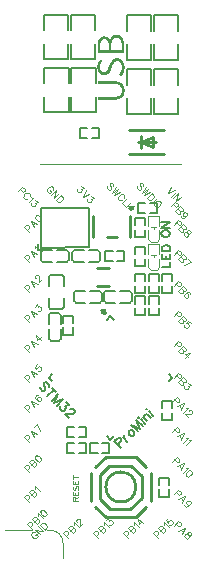
<source format=gto>
%FSLAX36Y36*%
%MOIN*%

%ADD10C,0.0040*%
%ADD11C,0.0060*%
%ADD12C,0.0050*%
%ADD13C,0.0020*%
%ADD14C,0.0079*%
%ADD15C,0.0060*%
%ADD16C,0.0100*%
%ADD17C,0.0039*%
%ADD18C,0.0079*%
%ADD19C,0.0118*%
%ADD20C,0.0119*%

%LPD*%
G36*
X470300Y-136500D02*
G01*
X467400Y-136660D01*
X464700Y-137100D01*
X462220Y-137840D01*
X459940Y-138840D01*
X457860Y-140100D01*
X456000Y-141600D01*
X454340Y-143320D01*
X452900Y-145260D01*
X451659Y-147380D01*
X450620Y-149700D01*
X449799Y-152180D01*
X449200Y-154800D01*
X448700Y-154800D01*
X447920Y-152780D01*
X446960Y-150920D01*
X445820Y-149200D01*
X444500Y-147680D01*
X443040Y-146300D01*
X441440Y-145100D01*
X439700Y-144080D01*
X437860Y-143220D01*
X435920Y-142560D01*
X433880Y-142080D01*
X431780Y-141800D01*
X429600Y-141700D01*
X427380Y-141780D01*
X425300Y-142060D01*
X423360Y-142500D01*
X421540Y-143100D01*
X419840Y-143880D01*
X418280Y-144800D01*
X416820Y-145880D01*
X415500Y-147100D01*
X414300Y-148480D01*
X413200Y-149980D01*
X412220Y-151640D01*
X411360Y-153400D01*
X410600Y-155300D01*
X409940Y-157320D01*
X409400Y-159460D01*
X408960Y-161700D01*
X408620Y-164060D01*
X408380Y-166520D01*
X408240Y-169060D01*
X408200Y-187200D01*
X416100Y-187200D01*
X416100Y-173100D01*
X416180Y-169680D01*
X416440Y-166540D01*
X416880Y-163700D01*
X417520Y-161140D01*
X418340Y-158900D01*
X419400Y-156940D01*
X420680Y-155280D01*
X422180Y-153920D01*
X423940Y-152860D01*
X425959Y-152100D01*
X428240Y-151660D01*
X430800Y-151500D01*
X433040Y-151640D01*
X435140Y-152040D01*
X437060Y-152740D01*
X438820Y-153740D01*
X440400Y-155060D01*
X441780Y-156680D01*
X442980Y-158620D01*
X443980Y-160920D01*
X444760Y-163560D01*
X445340Y-166560D01*
X445680Y-169940D01*
X445800Y-173700D01*
X445800Y-187200D01*
X453500Y-187200D01*
X453500Y-171300D01*
X453560Y-168400D01*
X453740Y-165660D01*
X454060Y-163080D01*
X454480Y-160680D01*
X455060Y-158440D01*
X455740Y-156380D01*
X456560Y-154480D01*
X457520Y-152780D01*
X458600Y-151280D01*
X459820Y-149940D01*
X461160Y-148820D01*
X462660Y-147880D01*
X464280Y-147160D01*
X466040Y-146620D01*
X467960Y-146300D01*
X470000Y-146200D01*
X472239Y-146320D01*
X474340Y-146640D01*
X476280Y-147180D01*
X478060Y-147920D01*
X479700Y-148880D01*
X481180Y-150020D01*
X482520Y-151380D01*
X483700Y-152900D01*
X484739Y-154620D01*
X485640Y-156500D01*
X486400Y-158560D01*
X487020Y-160799D01*
X487500Y-163200D01*
X487840Y-165740D01*
X488040Y-168440D01*
X488100Y-171300D01*
X488100Y-187200D01*
X408200Y-187200D01*
X408200Y-197100D01*
X496000Y-197100D01*
X496000Y-169800D01*
X495940Y-166900D01*
X495740Y-164080D01*
X495420Y-161380D01*
X494980Y-158780D01*
X494400Y-156280D01*
X493700Y-153920D01*
X492860Y-151680D01*
X491900Y-149560D01*
X490820Y-147600D01*
X489600Y-145760D01*
X488260Y-144080D01*
X486780Y-142540D01*
X485180Y-141180D01*
X483440Y-139960D01*
X481580Y-138940D01*
X479580Y-138080D01*
X477460Y-137400D01*
X475200Y-136900D01*
X472819Y-136600D01*
G37*
G36*
X473000Y-214600D02*
G01*
X469860Y-214760D01*
X467020Y-215260D01*
X464420Y-216040D01*
X462060Y-217100D01*
X459920Y-218420D01*
X457980Y-219960D01*
X456220Y-221720D01*
X454600Y-223660D01*
X453140Y-225780D01*
X451800Y-228039D01*
X450560Y-230420D01*
X449400Y-232900D01*
X442920Y-248160D01*
X441700Y-250700D01*
X440340Y-253160D01*
X438720Y-255420D01*
X436820Y-257340D01*
X434580Y-258860D01*
X431920Y-259840D01*
X428800Y-260200D01*
X426800Y-260060D01*
X424920Y-259640D01*
X423200Y-258980D01*
X421640Y-258060D01*
X420220Y-256900D01*
X418980Y-255520D01*
X417920Y-253939D01*
X417020Y-252140D01*
X416320Y-250159D01*
X415820Y-248000D01*
X415500Y-245680D01*
X415400Y-243200D01*
X415540Y-240140D01*
X415980Y-237240D01*
X416680Y-234500D01*
X417640Y-231920D01*
X418860Y-229480D01*
X420300Y-227160D01*
X421940Y-224980D01*
X423800Y-222900D01*
X417400Y-217600D01*
X415840Y-219160D01*
X414380Y-220840D01*
X413020Y-222640D01*
X411760Y-224540D01*
X410620Y-226560D01*
X409600Y-228680D01*
X408720Y-230880D01*
X407980Y-233180D01*
X407380Y-235580D01*
X406960Y-238039D01*
X406700Y-240580D01*
X406599Y-243200D01*
X406719Y-246080D01*
X407040Y-248840D01*
X407580Y-251500D01*
X408300Y-254020D01*
X409240Y-256400D01*
X410340Y-258640D01*
X411620Y-260700D01*
X413060Y-262600D01*
X414660Y-264320D01*
X416400Y-265840D01*
X418300Y-267160D01*
X420319Y-268260D01*
X422440Y-269140D01*
X424700Y-269780D01*
X427060Y-270160D01*
X429500Y-270300D01*
X432580Y-270100D01*
X435400Y-269540D01*
X437939Y-268660D01*
X440260Y-267480D01*
X442340Y-266060D01*
X444219Y-264420D01*
X445880Y-262620D01*
X447380Y-260680D01*
X448700Y-258660D01*
X449860Y-256580D01*
X450900Y-254480D01*
X459320Y-235680D01*
X461240Y-232079D01*
X462280Y-230479D01*
X463420Y-229040D01*
X464680Y-227800D01*
X466100Y-226720D01*
X467680Y-225859D01*
X469460Y-225219D01*
X471460Y-224840D01*
X473700Y-224700D01*
X475880Y-224860D01*
X477939Y-225300D01*
X479860Y-226020D01*
X481620Y-227040D01*
X483200Y-228320D01*
X484620Y-229840D01*
X485860Y-231640D01*
X486880Y-233660D01*
X487700Y-235920D01*
X488300Y-238400D01*
X488680Y-241100D01*
X488800Y-244000D01*
X488720Y-246340D01*
X488440Y-248640D01*
X488020Y-250920D01*
X487420Y-253160D01*
X486680Y-255340D01*
X485780Y-257460D01*
X484739Y-259520D01*
X483579Y-261520D01*
X482260Y-263420D01*
X480820Y-265240D01*
X479260Y-266980D01*
X477600Y-268600D01*
X484500Y-274600D01*
X487360Y-271640D01*
X488680Y-270080D01*
X491079Y-266720D01*
X492160Y-264960D01*
X493160Y-263120D01*
X494060Y-261240D01*
X494860Y-259300D01*
X496180Y-255240D01*
X496680Y-253120D01*
X497080Y-250960D01*
X497360Y-248760D01*
X497540Y-246500D01*
X497600Y-244200D01*
X497520Y-241520D01*
X497280Y-238939D01*
X496900Y-236480D01*
X496360Y-234140D01*
X495700Y-231900D01*
X494900Y-229780D01*
X493960Y-227780D01*
X492920Y-225920D01*
X491740Y-224180D01*
X490480Y-222580D01*
X489099Y-221100D01*
X487620Y-219780D01*
X486060Y-218600D01*
X484400Y-217560D01*
X482660Y-216660D01*
X480860Y-215940D01*
X478980Y-215360D01*
X477040Y-214940D01*
X475040Y-214680D01*
G37*
G36*
X408200Y-291000D02*
G01*
X408200Y-300400D01*
X460500Y-300400D01*
X463620Y-300480D01*
X466540Y-300680D01*
X469240Y-301040D01*
X471740Y-301520D01*
X474040Y-302120D01*
X476140Y-302840D01*
X478060Y-303660D01*
X479799Y-304600D01*
X481360Y-305640D01*
X482760Y-306780D01*
X483980Y-308000D01*
X485060Y-309300D01*
X485980Y-310680D01*
X486760Y-312140D01*
X487420Y-313640D01*
X487939Y-315220D01*
X488320Y-316860D01*
X488600Y-318520D01*
X488800Y-322000D01*
X488720Y-324159D01*
X488459Y-326280D01*
X488040Y-328300D01*
X487420Y-330240D01*
X486580Y-332100D01*
X485540Y-333840D01*
X484260Y-335480D01*
X482760Y-336980D01*
X480980Y-338360D01*
X478940Y-339580D01*
X476640Y-340640D01*
X474040Y-341540D01*
X471140Y-342239D01*
X467920Y-342760D01*
X464380Y-343100D01*
X460500Y-343200D01*
X408200Y-343200D01*
X408200Y-353100D01*
X460400Y-353100D01*
X463800Y-353020D01*
X467000Y-352819D01*
X470000Y-352480D01*
X472840Y-352000D01*
X475500Y-351400D01*
X477980Y-350680D01*
X480300Y-349840D01*
X482440Y-348880D01*
X484440Y-347819D01*
X486260Y-346659D01*
X487939Y-345400D01*
X489460Y-344040D01*
X490840Y-342600D01*
X492080Y-341060D01*
X493180Y-339440D01*
X494159Y-337760D01*
X495000Y-335980D01*
X495720Y-334159D01*
X496300Y-332260D01*
X496780Y-330319D01*
X497140Y-328300D01*
X497400Y-326240D01*
X497560Y-324140D01*
X497560Y-319860D01*
X497400Y-317780D01*
X497140Y-315720D01*
X496780Y-313740D01*
X496300Y-311780D01*
X495720Y-309900D01*
X495000Y-308080D01*
X494159Y-306320D01*
X493180Y-304640D01*
X492080Y-303020D01*
X490840Y-301500D01*
X489460Y-300040D01*
X487939Y-298700D01*
X486260Y-297440D01*
X484440Y-296280D01*
X482440Y-295220D01*
X480300Y-294260D01*
X477980Y-293420D01*
X475500Y-292700D01*
X472840Y-292100D01*
X470000Y-291620D01*
X467000Y-291280D01*
X463800Y-291080D01*
X460400Y-291000D01*
G37*
D10*
X162887Y-777887D02*
G01*
X179081Y-794081D01*
X162887Y-777887D02*
G01*
X169818Y-770958D01*
X172928Y-769403D01*
X174484Y-769403D01*
X176747Y-770109D01*
X179081Y-772442D01*
X179859Y-774776D01*
X179859Y-776332D01*
X178303Y-779443D01*
X171372Y-786372D01*
X184949Y-755826D02*
G01*
X194991Y-778171D01*
X184949Y-755826D02*
G01*
X207294Y-765866D01*
X191878Y-770533D02*
G01*
X199657Y-762755D01*
X200859Y-739915D02*
G01*
X199304Y-743027D01*
X200010Y-746846D01*
X203121Y-751512D01*
X205455Y-753845D01*
X210052Y-756887D01*
X213940Y-757665D01*
X217051Y-756109D01*
X218607Y-754553D01*
X220093Y-751512D01*
X219315Y-747624D01*
X216275Y-743027D01*
X213940Y-740693D01*
X209274Y-737582D01*
X205455Y-736876D01*
X202415Y-738360D01*
X200859Y-739915D01*
X162887Y-877887D02*
G01*
X179081Y-894081D01*
X162887Y-877887D02*
G01*
X169818Y-870958D01*
X172928Y-869403D01*
X174484Y-869403D01*
X176747Y-870109D01*
X179081Y-872442D01*
X179859Y-874776D01*
X179859Y-876332D01*
X178303Y-879443D01*
X171372Y-886372D01*
X184949Y-855826D02*
G01*
X194991Y-878171D01*
X184949Y-855826D02*
G01*
X207294Y-865866D01*
X191878Y-870533D02*
G01*
X199657Y-862755D01*
X199232Y-847624D02*
G01*
X200082Y-845360D01*
X200082Y-840693D01*
X216275Y-856887D01*
X162845Y-977845D02*
G01*
X179108Y-994108D01*
X162845Y-977845D02*
G01*
X169774Y-970916D01*
X172887Y-969360D01*
X174441Y-969360D01*
X176775Y-970138D01*
X179108Y-972471D01*
X179886Y-974805D01*
X179886Y-976361D01*
X178261Y-979400D01*
X171331Y-986331D01*
X184906Y-955783D02*
G01*
X195019Y-978198D01*
X184906Y-955783D02*
G01*
X207323Y-965895D01*
X191837Y-970491D02*
G01*
X199614Y-962714D01*
X200817Y-947651D02*
G01*
X200039Y-946873D01*
X199261Y-944540D01*
X199261Y-942984D01*
X200039Y-940652D01*
X203079Y-937611D01*
X205412Y-936833D01*
X206968Y-936833D01*
X209302Y-937611D01*
X210857Y-939167D01*
X211635Y-941500D01*
X212343Y-945318D01*
X212413Y-960803D01*
X223233Y-949985D01*
X162908Y-1077853D02*
G01*
X179101Y-1094045D01*
X162908Y-1077853D02*
G01*
X169839Y-1070922D01*
X172950Y-1069367D01*
X174434Y-1069438D01*
X176768Y-1070216D01*
X179030Y-1072478D01*
X179809Y-1074812D01*
X179879Y-1076296D01*
X178323Y-1079407D01*
X171395Y-1086338D01*
X184971Y-1055790D02*
G01*
X194940Y-1078206D01*
X184971Y-1055790D02*
G01*
X207316Y-1065832D01*
X191900Y-1070498D02*
G01*
X199607Y-1062791D01*
X197770Y-1042991D02*
G01*
X206255Y-1034506D01*
X207739Y-1045326D01*
X210073Y-1042991D01*
X212406Y-1042213D01*
X213962Y-1042213D01*
X217073Y-1043769D01*
X218629Y-1045326D01*
X220113Y-1048366D01*
X220113Y-1051478D01*
X218559Y-1054589D01*
X216224Y-1056921D01*
X213184Y-1058407D01*
X211628Y-1058407D01*
X209295Y-1057629D01*
X162845Y-1177845D02*
G01*
X179108Y-1194108D01*
X162845Y-1177845D02*
G01*
X169774Y-1170916D01*
X172887Y-1169360D01*
X174441Y-1169360D01*
X176775Y-1170138D01*
X179108Y-1172471D01*
X179886Y-1174805D01*
X179886Y-1176361D01*
X178261Y-1179400D01*
X171331Y-1186331D01*
X184906Y-1155783D02*
G01*
X195019Y-1178198D01*
X184906Y-1155783D02*
G01*
X207323Y-1165895D01*
X191837Y-1170491D02*
G01*
X199614Y-1162714D01*
X203858Y-1136833D02*
G01*
X206968Y-1155360D01*
X218566Y-1143762D01*
X203858Y-1136833D02*
G01*
X220120Y-1153096D01*
X162860Y-1277860D02*
G01*
X179052Y-1294052D01*
X162860Y-1277860D02*
G01*
X169789Y-1270929D01*
X172901Y-1269373D01*
X174456Y-1269373D01*
X176790Y-1270151D01*
X179122Y-1272485D01*
X179830Y-1274747D01*
X179830Y-1276304D01*
X178274Y-1279414D01*
X171345Y-1286345D01*
X184920Y-1255797D02*
G01*
X194962Y-1278143D01*
X184920Y-1255797D02*
G01*
X207265Y-1265839D01*
X191851Y-1270506D02*
G01*
X199628Y-1262728D01*
X205428Y-1235291D02*
G01*
X197719Y-1242998D01*
X203872Y-1250707D01*
X203872Y-1249151D01*
X205497Y-1246111D01*
X207831Y-1243777D01*
X210801Y-1242222D01*
X213912Y-1242222D01*
X217024Y-1243777D01*
X218580Y-1245333D01*
X220135Y-1248443D01*
X220064Y-1251484D01*
X218580Y-1254524D01*
X216246Y-1256858D01*
X213135Y-1258413D01*
X211579Y-1258413D01*
X209317Y-1257707D01*
X162845Y-1377845D02*
G01*
X179108Y-1394108D01*
X162845Y-1377845D02*
G01*
X169774Y-1370916D01*
X172887Y-1369360D01*
X174441Y-1369360D01*
X176775Y-1370138D01*
X179108Y-1372471D01*
X179886Y-1374805D01*
X179886Y-1376361D01*
X178261Y-1379400D01*
X171331Y-1386331D01*
X184906Y-1355783D02*
G01*
X195019Y-1378198D01*
X184906Y-1355783D02*
G01*
X207323Y-1365895D01*
X191837Y-1370491D02*
G01*
X199614Y-1362714D01*
X207746Y-1337611D02*
G01*
X205412Y-1336833D01*
X202372Y-1338317D01*
X200817Y-1339873D01*
X199261Y-1342984D01*
X200039Y-1346873D01*
X203150Y-1351541D01*
X206968Y-1355360D01*
X210857Y-1357692D01*
X213969Y-1357692D01*
X217080Y-1356136D01*
X217858Y-1355360D01*
X219342Y-1352319D01*
X219342Y-1349207D01*
X217788Y-1346095D01*
X217010Y-1345318D01*
X213899Y-1343762D01*
X210857Y-1343834D01*
X207818Y-1345318D01*
X207040Y-1346095D01*
X205484Y-1349207D01*
X205412Y-1352247D01*
X206968Y-1355360D01*
X162853Y-1477853D02*
G01*
X179045Y-1494045D01*
X162853Y-1477853D02*
G01*
X169782Y-1470922D01*
X172894Y-1469367D01*
X174448Y-1469367D01*
X176783Y-1470145D01*
X179115Y-1472478D01*
X179893Y-1474812D01*
X179823Y-1476296D01*
X178267Y-1479407D01*
X171338Y-1486338D01*
X184913Y-1455790D02*
G01*
X194954Y-1478135D01*
X184913Y-1455790D02*
G01*
X207258Y-1465832D01*
X191844Y-1470498D02*
G01*
X199621Y-1462721D01*
X206975Y-1433728D02*
G01*
X215461Y-1457629D01*
X196156Y-1444547D02*
G01*
X206975Y-1433728D01*
X162853Y-1577853D02*
G01*
X179045Y-1594045D01*
X162853Y-1577853D02*
G01*
X169782Y-1570922D01*
X172894Y-1569367D01*
X174448Y-1569367D01*
X176783Y-1570145D01*
X179115Y-1572478D01*
X179893Y-1574812D01*
X179823Y-1576296D01*
X178267Y-1579407D01*
X171338Y-1586338D01*
X178762Y-1561943D02*
G01*
X194954Y-1578135D01*
X178762Y-1561943D02*
G01*
X185691Y-1555012D01*
X188802Y-1553456D01*
X190358Y-1553456D01*
X192622Y-1554306D01*
X194176Y-1555862D01*
X195025Y-1558123D01*
X195025Y-1559679D01*
X193400Y-1562721D01*
X186469Y-1569650D02*
G01*
X193400Y-1562721D01*
X196511Y-1561165D01*
X198067Y-1561165D01*
X200329Y-1562013D01*
X202662Y-1564346D01*
X203510Y-1566610D01*
X203510Y-1568164D01*
X201885Y-1571206D01*
X194954Y-1578135D01*
X199268Y-1541437D02*
G01*
X197712Y-1544547D01*
X198490Y-1548436D01*
X201601Y-1553103D01*
X203865Y-1555367D01*
X208532Y-1558478D01*
X212420Y-1559256D01*
X215461Y-1557629D01*
X217017Y-1556073D01*
X218573Y-1553103D01*
X217795Y-1549214D01*
X214684Y-1544547D01*
X212420Y-1542285D01*
X207753Y-1539173D01*
X203865Y-1538395D01*
X200823Y-1539881D01*
X199268Y-1541437D01*
X162908Y-1677853D02*
G01*
X179101Y-1694045D01*
X162908Y-1677853D02*
G01*
X169839Y-1670922D01*
X172950Y-1669367D01*
X174434Y-1669438D01*
X176768Y-1670216D01*
X179030Y-1672478D01*
X179809Y-1674812D01*
X179879Y-1676296D01*
X178323Y-1679407D01*
X171395Y-1686338D01*
X178748Y-1662013D02*
G01*
X194940Y-1678206D01*
X178748Y-1662013D02*
G01*
X185749Y-1655012D01*
X188789Y-1653528D01*
X190345Y-1653528D01*
X192678Y-1654306D01*
X194162Y-1655790D01*
X194940Y-1658123D01*
X194940Y-1659679D01*
X193456Y-1662721D01*
X186455Y-1669720D02*
G01*
X193456Y-1662721D01*
X196496Y-1661235D01*
X198051Y-1661235D01*
X200385Y-1662013D01*
X202649Y-1664275D01*
X203425Y-1666610D01*
X203425Y-1668164D01*
X201941Y-1671206D01*
X194940Y-1678206D01*
X197770Y-1649214D02*
G01*
X198546Y-1646880D01*
X198546Y-1642213D01*
X214740Y-1658407D01*
X172831Y-1767887D02*
G01*
X189023Y-1784081D01*
X172831Y-1767887D02*
G01*
X179832Y-1760888D01*
X182872Y-1759403D01*
X184427Y-1759403D01*
X186761Y-1760180D01*
X189095Y-1762514D01*
X189801Y-1764776D01*
X189801Y-1766332D01*
X188317Y-1769373D01*
X181316Y-1776372D01*
X188741Y-1751977D02*
G01*
X204933Y-1768171D01*
X188741Y-1751977D02*
G01*
X195671Y-1745048D01*
X198782Y-1743492D01*
X200338Y-1743492D01*
X202671Y-1744270D01*
X204227Y-1745826D01*
X204933Y-1748089D01*
X204933Y-1749645D01*
X203377Y-1752755D01*
X196448Y-1759686D02*
G01*
X203377Y-1752755D01*
X206489Y-1751199D01*
X208045Y-1751199D01*
X210378Y-1751977D01*
X212712Y-1754312D01*
X213418Y-1756574D01*
X213418Y-1758130D01*
X211864Y-1761241D01*
X204933Y-1768171D01*
X207762Y-1739178D02*
G01*
X208539Y-1736846D01*
X208470Y-1732249D01*
X224661Y-1748443D01*
X218227Y-1722492D02*
G01*
X216671Y-1725603D01*
X217449Y-1729492D01*
X220489Y-1734088D01*
X222824Y-1736421D01*
X227491Y-1739533D01*
X231309Y-1740239D01*
X234420Y-1738685D01*
X235976Y-1737129D01*
X237460Y-1734088D01*
X236754Y-1730270D01*
X233643Y-1725603D01*
X231309Y-1723270D01*
X226712Y-1720228D01*
X222824Y-1719450D01*
X219783Y-1720936D01*
X218227Y-1722492D01*
X292916Y-1797874D02*
G01*
X309108Y-1814067D01*
X292916Y-1797874D02*
G01*
X299845Y-1790943D01*
X302957Y-1789389D01*
X304513Y-1789389D01*
X306705Y-1790165D01*
X309038Y-1792500D01*
X309886Y-1794762D01*
X309886Y-1796318D01*
X308330Y-1799430D01*
X301401Y-1806359D01*
X308755Y-1782035D02*
G01*
X324947Y-1798227D01*
X308755Y-1782035D02*
G01*
X315756Y-1775034D01*
X318796Y-1773548D01*
X320351Y-1773548D01*
X322615Y-1774256D01*
X324169Y-1775812D01*
X324947Y-1778146D01*
X324947Y-1779701D01*
X323463Y-1782741D01*
X316462Y-1789742D02*
G01*
X323463Y-1782741D01*
X326503Y-1781257D01*
X328060Y-1781257D01*
X330322Y-1781963D01*
X332656Y-1784297D01*
X333434Y-1786631D01*
X333434Y-1788186D01*
X331948Y-1791226D01*
X324947Y-1798227D01*
X327705Y-1769164D02*
G01*
X328483Y-1766831D01*
X328553Y-1762235D01*
X344747Y-1778427D01*
X338242Y-1760185D02*
G01*
X337463Y-1759407D01*
X336756Y-1757145D01*
X336685Y-1755659D01*
X337463Y-1753326D01*
X340574Y-1750214D01*
X342908Y-1749436D01*
X344463Y-1749436D01*
X346727Y-1750144D01*
X348283Y-1751700D01*
X349061Y-1754032D01*
X349837Y-1757921D01*
X349837Y-1773337D01*
X360585Y-1762588D01*
X392867Y-1797867D02*
G01*
X409059Y-1814059D01*
X392867Y-1797867D02*
G01*
X399796Y-1790936D01*
X402908Y-1789382D01*
X404463Y-1789382D01*
X406797Y-1790158D01*
X409059Y-1792422D01*
X409837Y-1794756D01*
X409837Y-1796311D01*
X408281Y-1799421D01*
X401352Y-1806352D01*
X408777Y-1781957D02*
G01*
X424969Y-1798150D01*
X408777Y-1781957D02*
G01*
X415706Y-1775027D01*
X418818Y-1773472D01*
X420372Y-1773472D01*
X422636Y-1774319D01*
X424191Y-1775875D01*
X424969Y-1778067D01*
X424969Y-1779623D01*
X423413Y-1782734D01*
X416484Y-1789663D02*
G01*
X423413Y-1782734D01*
X426525Y-1781179D01*
X428081Y-1781179D01*
X430342Y-1782028D01*
X432676Y-1784360D01*
X433454Y-1786552D01*
X433454Y-1788108D01*
X431898Y-1791219D01*
X424969Y-1798150D01*
X427726Y-1769229D02*
G01*
X428505Y-1766896D01*
X428505Y-1762229D01*
X444697Y-1778420D01*
X435151Y-1755581D02*
G01*
X443636Y-1747096D01*
X445122Y-1757914D01*
X447454Y-1755581D01*
X449789Y-1754803D01*
X451345Y-1754803D01*
X454456Y-1756359D01*
X456010Y-1757914D01*
X457496Y-1760956D01*
X457496Y-1764067D01*
X455940Y-1767177D01*
X453677Y-1769441D01*
X450567Y-1770997D01*
X449011Y-1770997D01*
X446747Y-1770290D01*
X492867Y-1797853D02*
G01*
X509059Y-1814045D01*
X492867Y-1797853D02*
G01*
X499796Y-1790922D01*
X502908Y-1789367D01*
X504463Y-1789367D01*
X506797Y-1790145D01*
X509130Y-1792478D01*
X509837Y-1794740D01*
X509837Y-1796296D01*
X508281Y-1799407D01*
X501352Y-1806338D01*
X508777Y-1781943D02*
G01*
X524969Y-1798135D01*
X508777Y-1781943D02*
G01*
X515706Y-1775012D01*
X518818Y-1773456D01*
X520302Y-1773528D01*
X522636Y-1774306D01*
X524191Y-1775862D01*
X524899Y-1778123D01*
X524969Y-1779609D01*
X523413Y-1782721D01*
X516484Y-1789650D02*
G01*
X523413Y-1782721D01*
X526525Y-1781165D01*
X528009Y-1781235D01*
X530342Y-1782013D01*
X532676Y-1784346D01*
X533384Y-1786610D01*
X533454Y-1788094D01*
X531898Y-1791206D01*
X524969Y-1798135D01*
X527726Y-1769214D02*
G01*
X528505Y-1766880D01*
X528505Y-1762213D01*
X544697Y-1778407D01*
X541304Y-1749416D02*
G01*
X544414Y-1767941D01*
X556010Y-1756345D01*
X541304Y-1749416D02*
G01*
X557496Y-1765608D01*
X592894Y-1797838D02*
G01*
X609088Y-1814031D01*
X592894Y-1797838D02*
G01*
X599825Y-1790909D01*
X602935Y-1789353D01*
X604421Y-1789423D01*
X606754Y-1790201D01*
X609016Y-1792465D01*
X609794Y-1794798D01*
X609866Y-1796282D01*
X608310Y-1799394D01*
X601379Y-1806323D01*
X608733Y-1781999D02*
G01*
X624926Y-1798191D01*
X608733Y-1781999D02*
G01*
X615734Y-1774998D01*
X618775Y-1773514D01*
X620331Y-1773514D01*
X622663Y-1774292D01*
X624220Y-1775846D01*
X624926Y-1778110D01*
X624926Y-1779666D01*
X623442Y-1782705D01*
X616442Y-1789706D02*
G01*
X623442Y-1782705D01*
X626482Y-1781221D01*
X628038Y-1781221D01*
X630372Y-1781999D01*
X632705Y-1784333D01*
X633411Y-1786595D01*
X633411Y-1788150D01*
X631927Y-1791192D01*
X624926Y-1798191D01*
X627755Y-1769200D02*
G01*
X628533Y-1766867D01*
X628533Y-1762199D01*
X644726Y-1778393D01*
X642887Y-1747845D02*
G01*
X635109Y-1755623D01*
X641332Y-1763261D01*
X641260Y-1761775D01*
X642817Y-1758665D01*
X645149Y-1756331D01*
X648261Y-1754776D01*
X651302Y-1754845D01*
X654412Y-1756401D01*
X655969Y-1757957D01*
X657453Y-1760997D01*
X657525Y-1764038D01*
X655969Y-1767150D01*
X653636Y-1769484D01*
X650524Y-1771039D01*
X649038Y-1770967D01*
X646777Y-1770261D01*
X677105Y-1757894D02*
G01*
X660911Y-1774088D01*
X677105Y-1757894D02*
G01*
X684034Y-1764825D01*
X685590Y-1767935D01*
X685590Y-1769492D01*
X684882Y-1771754D01*
X682550Y-1774088D01*
X680216Y-1774866D01*
X678661Y-1774866D01*
X675549Y-1773310D01*
X668620Y-1766379D01*
X699167Y-1779956D02*
G01*
X676822Y-1789998D01*
X699167Y-1779956D02*
G01*
X689126Y-1802301D01*
X684529Y-1786815D02*
G01*
X692307Y-1794594D01*
X714299Y-1795088D02*
G01*
X711186Y-1793533D01*
X708924Y-1794239D01*
X707368Y-1795796D01*
X706590Y-1798128D01*
X707368Y-1800462D01*
X709702Y-1804351D01*
X711186Y-1807393D01*
X711186Y-1810504D01*
X710479Y-1812766D01*
X708146Y-1815100D01*
X705812Y-1815877D01*
X704257Y-1815877D01*
X701147Y-1814322D01*
X698105Y-1811282D01*
X696550Y-1808170D01*
X696550Y-1806615D01*
X697328Y-1804281D01*
X699661Y-1801948D01*
X701923Y-1801241D01*
X705036Y-1801241D01*
X708146Y-1802795D01*
X711965Y-1805059D01*
X714299Y-1805837D01*
X716631Y-1805059D01*
X718188Y-1803503D01*
X718895Y-1801241D01*
X717339Y-1798128D01*
X714299Y-1795088D01*
X677112Y-1652887D02*
G01*
X660918Y-1669081D01*
X677112Y-1652887D02*
G01*
X684041Y-1659818D01*
X685596Y-1662928D01*
X685596Y-1664484D01*
X684890Y-1666747D01*
X682557Y-1669081D01*
X680223Y-1669859D01*
X678667Y-1669859D01*
X675556Y-1668303D01*
X668627Y-1661372D01*
X699173Y-1674949D02*
G01*
X676828Y-1684991D01*
X699173Y-1674949D02*
G01*
X689133Y-1697294D01*
X684466Y-1681878D02*
G01*
X692244Y-1689657D01*
X715084Y-1701608D02*
G01*
X711972Y-1703162D01*
X708861Y-1703162D01*
X705821Y-1701678D01*
X705043Y-1700900D01*
X703487Y-1697788D01*
X703487Y-1694677D01*
X705043Y-1691567D01*
X705821Y-1690788D01*
X708861Y-1689304D01*
X711972Y-1689304D01*
X715084Y-1690859D01*
X715860Y-1691637D01*
X717345Y-1694677D01*
X717345Y-1697788D01*
X715084Y-1701608D01*
X711194Y-1705497D01*
X706597Y-1708537D01*
X702708Y-1709315D01*
X699668Y-1707829D01*
X698112Y-1706275D01*
X696556Y-1703162D01*
X697334Y-1700830D01*
X672112Y-1542901D02*
G01*
X655918Y-1559095D01*
X672112Y-1542901D02*
G01*
X679041Y-1549832D01*
X680596Y-1552943D01*
X680596Y-1554499D01*
X679890Y-1556761D01*
X677557Y-1559095D01*
X675223Y-1559872D01*
X673667Y-1559872D01*
X670556Y-1558317D01*
X663627Y-1551386D01*
X694173Y-1564964D02*
G01*
X671828Y-1575005D01*
X694173Y-1564964D02*
G01*
X684133Y-1587307D01*
X679537Y-1571822D02*
G01*
X687244Y-1579529D01*
X702375Y-1579247D02*
G01*
X704710Y-1580025D01*
X709306Y-1580095D01*
X693112Y-1596289D01*
X718993Y-1589783D02*
G01*
X715882Y-1588227D01*
X712134Y-1589005D01*
X707467Y-1592116D01*
X705133Y-1594450D01*
X702092Y-1599045D01*
X701244Y-1602865D01*
X702800Y-1605976D01*
X704355Y-1607532D01*
X707467Y-1609086D01*
X711356Y-1608310D01*
X715882Y-1605198D01*
X718215Y-1602865D01*
X721397Y-1598269D01*
X722103Y-1594450D01*
X720549Y-1591338D01*
X718993Y-1589783D01*
X672112Y-1442901D02*
G01*
X655918Y-1459095D01*
X672112Y-1442901D02*
G01*
X679041Y-1449832D01*
X680596Y-1452943D01*
X680596Y-1454499D01*
X679890Y-1456761D01*
X677557Y-1459095D01*
X675223Y-1459872D01*
X673667Y-1459872D01*
X670556Y-1458317D01*
X663627Y-1451386D01*
X694173Y-1464964D02*
G01*
X671828Y-1475005D01*
X694173Y-1464964D02*
G01*
X684133Y-1487307D01*
X679537Y-1471822D02*
G01*
X687244Y-1479529D01*
X702375Y-1479247D02*
G01*
X704710Y-1480025D01*
X709306Y-1480095D01*
X693112Y-1496289D01*
X711356Y-1488227D02*
G01*
X713690Y-1489005D01*
X718215Y-1489005D01*
X702022Y-1505198D01*
X672105Y-1342894D02*
G01*
X655911Y-1359088D01*
X672105Y-1342894D02*
G01*
X679034Y-1349825D01*
X680590Y-1352935D01*
X680590Y-1354492D01*
X679882Y-1356754D01*
X677550Y-1359088D01*
X675216Y-1359866D01*
X673661Y-1359866D01*
X670549Y-1358310D01*
X663620Y-1351379D01*
X694167Y-1364956D02*
G01*
X671822Y-1374998D01*
X694167Y-1364956D02*
G01*
X684126Y-1387301D01*
X679529Y-1371815D02*
G01*
X687307Y-1379594D01*
X702368Y-1379239D02*
G01*
X704702Y-1380018D01*
X709299Y-1380088D01*
X693105Y-1396282D01*
X711349Y-1389776D02*
G01*
X712127Y-1388998D01*
X714389Y-1388290D01*
X715945Y-1388290D01*
X718207Y-1388998D01*
X721320Y-1392109D01*
X722096Y-1394443D01*
X722096Y-1395999D01*
X721390Y-1398261D01*
X719834Y-1399816D01*
X717501Y-1400594D01*
X713611Y-1401372D01*
X698197Y-1401372D01*
X709016Y-1412192D01*
X677112Y-1262901D02*
G01*
X660918Y-1279095D01*
X677112Y-1262901D02*
G01*
X684041Y-1269832D01*
X685596Y-1272943D01*
X685596Y-1274499D01*
X684890Y-1276761D01*
X682557Y-1279095D01*
X680223Y-1279872D01*
X678667Y-1279872D01*
X675556Y-1278317D01*
X668627Y-1271386D01*
X693022Y-1278811D02*
G01*
X676828Y-1295005D01*
X693022Y-1278811D02*
G01*
X699951Y-1285742D01*
X701507Y-1288852D01*
X701435Y-1290338D01*
X700729Y-1292600D01*
X699173Y-1294155D01*
X696840Y-1294933D01*
X695354Y-1295005D01*
X692244Y-1293449D01*
X685313Y-1286520D02*
G01*
X692244Y-1293449D01*
X693800Y-1296559D01*
X693728Y-1298045D01*
X693022Y-1300308D01*
X690688Y-1302642D01*
X688355Y-1303418D01*
X686869Y-1303490D01*
X683759Y-1301934D01*
X676828Y-1295005D01*
X710417Y-1296206D02*
G01*
X718901Y-1304692D01*
X708153Y-1306248D01*
X710417Y-1308510D01*
X711194Y-1310844D01*
X711194Y-1312399D01*
X709639Y-1315511D01*
X708153Y-1316995D01*
X705043Y-1318551D01*
X701930Y-1318551D01*
X698890Y-1317067D01*
X696556Y-1314733D01*
X695001Y-1311622D01*
X695001Y-1310066D01*
X695779Y-1307732D01*
X677105Y-1157894D02*
G01*
X660911Y-1174088D01*
X677105Y-1157894D02*
G01*
X684034Y-1164825D01*
X685590Y-1167935D01*
X685590Y-1169492D01*
X684882Y-1171754D01*
X682550Y-1174088D01*
X680216Y-1174866D01*
X678661Y-1174866D01*
X675549Y-1173310D01*
X668620Y-1166379D01*
X693015Y-1173805D02*
G01*
X676822Y-1189998D01*
X693015Y-1173805D02*
G01*
X699944Y-1180734D01*
X701500Y-1183845D01*
X701500Y-1185401D01*
X700722Y-1187593D01*
X699167Y-1189149D01*
X696903Y-1189998D01*
X695347Y-1189998D01*
X692237Y-1188442D01*
X685306Y-1181511D02*
G01*
X692237Y-1188442D01*
X693793Y-1191552D01*
X693793Y-1193108D01*
X693015Y-1195300D01*
X690680Y-1197633D01*
X688418Y-1198483D01*
X686862Y-1198483D01*
X683751Y-1196927D01*
X676822Y-1189998D01*
X716631Y-1197422D02*
G01*
X698105Y-1200392D01*
X709702Y-1211988D01*
X716631Y-1197422D02*
G01*
X700439Y-1213614D01*
X677105Y-1057894D02*
G01*
X660911Y-1074088D01*
X677105Y-1057894D02*
G01*
X684034Y-1064825D01*
X685590Y-1067935D01*
X685590Y-1069492D01*
X684882Y-1071754D01*
X682550Y-1074088D01*
X680216Y-1074866D01*
X678661Y-1074866D01*
X675549Y-1073310D01*
X668620Y-1066379D01*
X693015Y-1073805D02*
G01*
X676822Y-1089998D01*
X693015Y-1073805D02*
G01*
X699944Y-1080734D01*
X701500Y-1083845D01*
X701500Y-1085401D01*
X700722Y-1087593D01*
X699167Y-1089149D01*
X696903Y-1089998D01*
X695347Y-1089998D01*
X692237Y-1088442D01*
X685306Y-1081511D02*
G01*
X692237Y-1088442D01*
X693793Y-1091552D01*
X693793Y-1093108D01*
X693015Y-1095300D01*
X690680Y-1097633D01*
X688418Y-1098483D01*
X686862Y-1098483D01*
X683751Y-1096927D01*
X676822Y-1089998D01*
X718117Y-1098906D02*
G01*
X710410Y-1091199D01*
X702701Y-1097352D01*
X704257Y-1097352D01*
X707368Y-1098906D01*
X709702Y-1101241D01*
X711186Y-1104281D01*
X711186Y-1107393D01*
X709632Y-1110504D01*
X708146Y-1111988D01*
X705036Y-1113544D01*
X701923Y-1113544D01*
X698883Y-1112058D01*
X696550Y-1109726D01*
X694994Y-1106615D01*
X694994Y-1105059D01*
X695772Y-1102725D01*
X677105Y-957894D02*
G01*
X660911Y-974088D01*
X677105Y-957894D02*
G01*
X684034Y-964825D01*
X685590Y-967935D01*
X685590Y-969492D01*
X684882Y-971754D01*
X682550Y-974088D01*
X680216Y-974866D01*
X678661Y-974866D01*
X675549Y-973310D01*
X668620Y-966379D01*
X693015Y-973805D02*
G01*
X676822Y-989998D01*
X693015Y-973805D02*
G01*
X699944Y-980734D01*
X701500Y-983845D01*
X701500Y-985401D01*
X700722Y-987593D01*
X699167Y-989149D01*
X696903Y-989998D01*
X695347Y-989998D01*
X692237Y-988442D01*
X685306Y-981511D02*
G01*
X692237Y-988442D01*
X693793Y-991552D01*
X693793Y-993108D01*
X693015Y-995300D01*
X690680Y-997633D01*
X688418Y-998483D01*
X686862Y-998483D01*
X683751Y-996927D01*
X676822Y-989998D01*
X715853Y-1001170D02*
G01*
X716561Y-998906D01*
X715077Y-995866D01*
X713521Y-994310D01*
X710410Y-992755D01*
X706590Y-993463D01*
X701923Y-996574D01*
X698105Y-1000392D01*
X695772Y-1004281D01*
X695772Y-1007393D01*
X697328Y-1010504D01*
X698105Y-1011282D01*
X701217Y-1012836D01*
X704257Y-1012766D01*
X707368Y-1011210D01*
X708146Y-1010432D01*
X709632Y-1007393D01*
X709702Y-1004351D01*
X708146Y-1001241D01*
X707368Y-1000462D01*
X704257Y-998906D01*
X701147Y-998906D01*
X698105Y-1000392D01*
X677112Y-852901D02*
G01*
X660918Y-869095D01*
X677112Y-852901D02*
G01*
X684041Y-859832D01*
X685596Y-862943D01*
X685596Y-864499D01*
X684890Y-866761D01*
X682557Y-869095D01*
X680223Y-869872D01*
X678667Y-869872D01*
X675556Y-868317D01*
X668627Y-861386D01*
X693022Y-868811D02*
G01*
X676828Y-885005D01*
X693022Y-868811D02*
G01*
X699951Y-875742D01*
X701507Y-878852D01*
X701435Y-880338D01*
X700729Y-882600D01*
X699173Y-884155D01*
X696840Y-884933D01*
X695354Y-885005D01*
X692244Y-883449D01*
X685313Y-876520D02*
G01*
X692244Y-883449D01*
X693800Y-886559D01*
X693728Y-888045D01*
X693022Y-890308D01*
X690688Y-892642D01*
X688355Y-893418D01*
X686869Y-893490D01*
X683759Y-891934D01*
X676828Y-885005D01*
X719679Y-895470D02*
G01*
X695779Y-903955D01*
X708861Y-884650D02*
G01*
X719679Y-895470D01*
X677105Y-752894D02*
G01*
X660911Y-769088D01*
X677105Y-752894D02*
G01*
X684034Y-759825D01*
X685590Y-762935D01*
X685590Y-764492D01*
X684882Y-766754D01*
X682550Y-769088D01*
X680216Y-769866D01*
X678661Y-769866D01*
X675549Y-768310D01*
X668620Y-761379D01*
X693015Y-768805D02*
G01*
X676822Y-784998D01*
X693015Y-768805D02*
G01*
X699944Y-775734D01*
X701500Y-778845D01*
X701500Y-780401D01*
X700722Y-782593D01*
X699167Y-784149D01*
X696903Y-784998D01*
X695347Y-784998D01*
X692237Y-783442D01*
X685306Y-776511D02*
G01*
X692237Y-783442D01*
X693793Y-786552D01*
X693793Y-788108D01*
X693015Y-790300D01*
X690680Y-792633D01*
X688418Y-793483D01*
X686862Y-793483D01*
X683751Y-791927D01*
X676822Y-784998D01*
X712743Y-788533D02*
G01*
X709632Y-786977D01*
X707368Y-787685D01*
X705812Y-789239D01*
X705036Y-791574D01*
X705812Y-793906D01*
X708146Y-797795D01*
X709632Y-800837D01*
X709632Y-803948D01*
X708924Y-806210D01*
X706590Y-808544D01*
X704257Y-809322D01*
X702701Y-809322D01*
X699661Y-807836D01*
X696550Y-804726D01*
X694994Y-801615D01*
X694994Y-800059D01*
X695772Y-797725D01*
X698105Y-795392D01*
X700369Y-794684D01*
X703479Y-794684D01*
X706590Y-796241D01*
X710479Y-798573D01*
X712743Y-799281D01*
X715077Y-798503D01*
X716631Y-796948D01*
X717339Y-794684D01*
X715853Y-791644D01*
X712743Y-788533D01*
X667112Y-692887D02*
G01*
X650918Y-709081D01*
X667112Y-692887D02*
G01*
X674041Y-699818D01*
X675596Y-702928D01*
X675596Y-704484D01*
X674890Y-706747D01*
X672557Y-709081D01*
X670223Y-709859D01*
X668667Y-709859D01*
X665556Y-708303D01*
X658627Y-701372D01*
X683022Y-708798D02*
G01*
X666828Y-724991D01*
X683022Y-708798D02*
G01*
X689951Y-715727D01*
X691507Y-718838D01*
X691507Y-720394D01*
X690729Y-722586D01*
X689173Y-724142D01*
X686911Y-724991D01*
X685354Y-724991D01*
X682244Y-723434D01*
X675313Y-716505D02*
G01*
X682244Y-723434D01*
X683800Y-726545D01*
X683800Y-728101D01*
X682950Y-730365D01*
X680688Y-732627D01*
X678425Y-733476D01*
X676869Y-733476D01*
X673759Y-731920D01*
X666828Y-724991D01*
X703528Y-740052D02*
G01*
X700417Y-741608D01*
X697375Y-741678D01*
X694265Y-740122D01*
X693487Y-739344D01*
X691930Y-736233D01*
X691930Y-733121D01*
X693487Y-730010D01*
X694265Y-729232D01*
X697305Y-727748D01*
X700417Y-727748D01*
X703528Y-729304D01*
X704306Y-730082D01*
X705860Y-733193D01*
X705790Y-736233D01*
X703528Y-740052D01*
X699639Y-743940D01*
X695043Y-746981D01*
X691224Y-747829D01*
X688112Y-746275D01*
X686556Y-744719D01*
X685001Y-741608D01*
X685779Y-739274D01*
X353667Y-639443D02*
G01*
X362152Y-647928D01*
X351334Y-649414D01*
X353667Y-651747D01*
X354445Y-654081D01*
X354445Y-655635D01*
X352890Y-658748D01*
X351404Y-660232D01*
X348294Y-661788D01*
X345181Y-661788D01*
X342071Y-660232D01*
X339807Y-657970D01*
X338252Y-654859D01*
X338252Y-653303D01*
X339030Y-650969D01*
X368022Y-653798D02*
G01*
X357980Y-676141D01*
X380326Y-666102D02*
G01*
X357980Y-676141D01*
X386972Y-672748D02*
G01*
X395457Y-681233D01*
X384710Y-682788D01*
X386972Y-685052D01*
X387750Y-687384D01*
X387750Y-688940D01*
X386194Y-692051D01*
X384710Y-693537D01*
X381597Y-695093D01*
X378487Y-695093D01*
X375446Y-693607D01*
X373112Y-691275D01*
X371556Y-688162D01*
X371556Y-686608D01*
X372334Y-684274D01*
X460596Y-641039D02*
G01*
X460596Y-637928D01*
X459041Y-634818D01*
X456001Y-631777D01*
X452890Y-630221D01*
X449778Y-630221D01*
X448294Y-631705D01*
X447516Y-634040D01*
X447516Y-635594D01*
X448294Y-637928D01*
X451334Y-644081D01*
X452112Y-646413D01*
X452112Y-647970D01*
X451404Y-650232D01*
X449070Y-652566D01*
X445960Y-652566D01*
X442849Y-651010D01*
X439807Y-647970D01*
X438252Y-644859D01*
X438252Y-641747D01*
X468022Y-643798D02*
G01*
X455648Y-663809D01*
X475729Y-651505D02*
G01*
X455648Y-663809D01*
X475729Y-651505D02*
G01*
X463355Y-671516D01*
X483436Y-659212D02*
G01*
X463355Y-671516D01*
X496305Y-679719D02*
G01*
X497013Y-677456D01*
X497013Y-674344D01*
X496235Y-672011D01*
X493123Y-668899D01*
X490860Y-668193D01*
X487750Y-668193D01*
X485486Y-668899D01*
X482375Y-670455D01*
X478487Y-674344D01*
X477002Y-677384D01*
X476224Y-679719D01*
X476224Y-682829D01*
X476930Y-685093D01*
X480043Y-688204D01*
X482375Y-688982D01*
X485486Y-688982D01*
X487820Y-688204D01*
X505216Y-680992D02*
G01*
X489023Y-697184D01*
X489023Y-697184D02*
G01*
X498215Y-706377D01*
X519499Y-695275D02*
G01*
X503306Y-711467D01*
X530318Y-706093D02*
G01*
X508681Y-706093D01*
X516458Y-706093D02*
G01*
X514124Y-722287D01*
X560596Y-641039D02*
G01*
X560596Y-637928D01*
X559041Y-634818D01*
X556001Y-631777D01*
X552890Y-630221D01*
X549778Y-630221D01*
X548294Y-631705D01*
X547516Y-634040D01*
X547516Y-635594D01*
X548294Y-637928D01*
X551334Y-644081D01*
X552112Y-646413D01*
X552112Y-647970D01*
X551404Y-650232D01*
X549070Y-652566D01*
X545960Y-652566D01*
X542849Y-651010D01*
X539807Y-647970D01*
X538252Y-644859D01*
X538252Y-641747D01*
X568022Y-643798D02*
G01*
X555648Y-663809D01*
X575729Y-651505D02*
G01*
X555648Y-663809D01*
X575729Y-651505D02*
G01*
X563355Y-671516D01*
X583436Y-659212D02*
G01*
X563355Y-671516D01*
X588528Y-664304D02*
G01*
X572334Y-680497D01*
X588528Y-664304D02*
G01*
X593901Y-669677D01*
X595457Y-672788D01*
X595457Y-675900D01*
X594751Y-678162D01*
X593195Y-681275D01*
X589306Y-685163D01*
X586264Y-686649D01*
X583931Y-687426D01*
X580821Y-687426D01*
X577708Y-685871D01*
X572334Y-680497D01*
X604438Y-680214D02*
G01*
X588245Y-696406D01*
X614124Y-689900D02*
G01*
X611792Y-689122D01*
X608681Y-689122D01*
X606487Y-689900D01*
X603377Y-691457D01*
X599488Y-695345D01*
X598002Y-698386D01*
X597154Y-700648D01*
X597154Y-703760D01*
X597932Y-706093D01*
X601044Y-709205D01*
X603377Y-709983D01*
X606417Y-709911D01*
X608751Y-709135D01*
X611792Y-707649D01*
X615680Y-703760D01*
X617237Y-700648D01*
X617944Y-698386D01*
X618013Y-695345D01*
X617237Y-693013D01*
X614124Y-689900D01*
X652112Y-642887D02*
G01*
X642071Y-665232D01*
X664486Y-655261D02*
G01*
X642071Y-665232D01*
X669578Y-660354D02*
G01*
X653384Y-676545D01*
X674668Y-665444D02*
G01*
X658476Y-681637D01*
X674668Y-665444D02*
G01*
X669223Y-692384D01*
X685417Y-676192D02*
G01*
X669223Y-692384D01*
X259890Y-653303D02*
G01*
X260596Y-651039D01*
X260596Y-647928D01*
X259819Y-645594D01*
X256707Y-642483D01*
X254445Y-641777D01*
X251334Y-641777D01*
X249070Y-642483D01*
X245960Y-644040D01*
X242071Y-647928D01*
X240585Y-650969D01*
X239807Y-653303D01*
X239807Y-656413D01*
X240515Y-658676D01*
X243627Y-661788D01*
X245960Y-662566D01*
X249070Y-662566D01*
X251404Y-661788D01*
X253667Y-659524D01*
X249778Y-655635D02*
G01*
X253667Y-659524D01*
X268800Y-654576D02*
G01*
X252606Y-670767D01*
X268800Y-654576D02*
G01*
X263355Y-681516D01*
X279547Y-665324D02*
G01*
X263355Y-681516D01*
X284639Y-670414D02*
G01*
X268445Y-686608D01*
X284639Y-670414D02*
G01*
X290084Y-675859D01*
X291568Y-678899D01*
X291568Y-682011D01*
X290860Y-684274D01*
X289306Y-687384D01*
X285417Y-691275D01*
X282375Y-692759D01*
X280043Y-693537D01*
X276930Y-693537D01*
X273890Y-692051D01*
X268445Y-686608D01*
X157112Y-642887D02*
G01*
X140918Y-659081D01*
X157112Y-642887D02*
G01*
X164041Y-649818D01*
X165596Y-652928D01*
X165596Y-654484D01*
X164890Y-656747D01*
X162557Y-659081D01*
X160223Y-659859D01*
X158667Y-659859D01*
X155556Y-658303D01*
X148627Y-651372D01*
X180729Y-674142D02*
G01*
X181435Y-671878D01*
X181507Y-668838D01*
X180729Y-666505D01*
X177618Y-663393D01*
X175284Y-662615D01*
X172244Y-662687D01*
X169980Y-663393D01*
X166869Y-664949D01*
X162980Y-668838D01*
X161496Y-671878D01*
X160718Y-674212D01*
X160648Y-677253D01*
X161424Y-679587D01*
X164537Y-682698D01*
X166869Y-683476D01*
X169911Y-683404D01*
X172244Y-682627D01*
X186597Y-678454D02*
G01*
X188861Y-679304D01*
X193528Y-679304D01*
X177334Y-695497D01*
X200174Y-685951D02*
G01*
X208659Y-694436D01*
X197840Y-695920D01*
X200174Y-698254D01*
X200952Y-700587D01*
X200952Y-702143D01*
X199396Y-705255D01*
X197912Y-706739D01*
X194801Y-708294D01*
X191689Y-708294D01*
X188578Y-706739D01*
X186244Y-704405D01*
X184760Y-701365D01*
X184760Y-699810D01*
X185538Y-697476D01*
D11*
X621601Y-910000D02*
G01*
X650300Y-910000D01*
X650300Y-910000D02*
G01*
X650300Y-893600D01*
X621601Y-884600D02*
G01*
X650300Y-884600D01*
X621601Y-884600D02*
G01*
X621601Y-866900D01*
X635300Y-884600D02*
G01*
X635302Y-873699D01*
X650300Y-884600D02*
G01*
X650300Y-866900D01*
X621601Y-857899D02*
G01*
X650300Y-857899D01*
X621601Y-857899D02*
G01*
X621601Y-848400D01*
X623000Y-844299D01*
X625700Y-841500D01*
X628501Y-840199D01*
X632501Y-838800D01*
X639400Y-838800D01*
X643501Y-840199D01*
X646201Y-841500D01*
X648901Y-844299D01*
X650300Y-848400D01*
X650300Y-857899D01*
X619699Y-801799D02*
G01*
X621100Y-804499D01*
X623800Y-807300D01*
X626500Y-808600D01*
X630599Y-810000D01*
X637500Y-810000D01*
X641500Y-808600D01*
X644299Y-807300D01*
X646999Y-804499D01*
X648400Y-801799D01*
X648400Y-796399D01*
X646999Y-793600D01*
X644299Y-790900D01*
X641500Y-789499D01*
X637500Y-788200D01*
X630599Y-788200D01*
X626500Y-789499D01*
X623800Y-790900D01*
X621100Y-793600D01*
X619699Y-796399D01*
X619699Y-801799D01*
X619699Y-779200D02*
G01*
X648400Y-779200D01*
X619699Y-779200D02*
G01*
X648400Y-760100D01*
X619699Y-760100D02*
G01*
X648400Y-760100D01*
D10*
X324800Y-1690000D02*
G01*
X343899Y-1690000D01*
X324800Y-1690000D02*
G01*
X324800Y-1681799D01*
X325700Y-1679099D01*
X326599Y-1678200D01*
X328499Y-1677300D01*
X330300Y-1677300D01*
X332100Y-1678200D01*
X333000Y-1679099D01*
X333899Y-1681799D01*
X333899Y-1690000D01*
X333899Y-1683600D02*
G01*
X343899Y-1677300D01*
X324800Y-1671300D02*
G01*
X343899Y-1671300D01*
X324800Y-1671300D02*
G01*
X324800Y-1659499D01*
X333899Y-1671300D02*
G01*
X333899Y-1664000D01*
X343899Y-1671300D02*
G01*
X343899Y-1659499D01*
X327500Y-1640700D02*
G01*
X325700Y-1642500D01*
X324800Y-1645300D01*
X324800Y-1648899D01*
X325700Y-1651599D01*
X327500Y-1653499D01*
X329400Y-1653499D01*
X331199Y-1652500D01*
X332100Y-1651599D01*
X333000Y-1649800D01*
X334800Y-1644400D01*
X335700Y-1642500D01*
X336599Y-1641599D01*
X338499Y-1640700D01*
X341199Y-1640700D01*
X343000Y-1642500D01*
X343899Y-1645300D01*
X343899Y-1648899D01*
X343000Y-1651599D01*
X341199Y-1653499D01*
X324800Y-1634699D02*
G01*
X343899Y-1634699D01*
X324800Y-1634699D02*
G01*
X324800Y-1622899D01*
X333899Y-1634699D02*
G01*
X333899Y-1627500D01*
X343899Y-1634699D02*
G01*
X343899Y-1622899D01*
X324800Y-1610500D02*
G01*
X343899Y-1610500D01*
X324800Y-1616900D02*
G01*
X324800Y-1604200D01*
X198303Y-1795109D02*
G01*
X196039Y-1794403D01*
X192928Y-1794403D01*
X190594Y-1795180D01*
X187483Y-1798292D01*
X186777Y-1800554D01*
X186777Y-1803665D01*
X187483Y-1805929D01*
X189039Y-1809040D01*
X192928Y-1812928D01*
X195969Y-1814414D01*
X198303Y-1815192D01*
X201413Y-1815192D01*
X203676Y-1814484D01*
X206788Y-1811372D01*
X207566Y-1809040D01*
X207566Y-1805929D01*
X206788Y-1803595D01*
X204524Y-1801332D01*
X200635Y-1805221D02*
G01*
X204524Y-1801332D01*
X199576Y-1786199D02*
G01*
X215767Y-1802393D01*
X199576Y-1786199D02*
G01*
X226516Y-1791644D01*
X210324Y-1775452D02*
G01*
X226516Y-1791644D01*
X215414Y-1770360D02*
G01*
X231608Y-1786554D01*
X215414Y-1770360D02*
G01*
X220859Y-1764915D01*
X223899Y-1763431D01*
X227011Y-1763431D01*
X229274Y-1764139D01*
X232384Y-1765693D01*
X236275Y-1769582D01*
X237759Y-1772624D01*
X238537Y-1774956D01*
X238537Y-1778069D01*
X237051Y-1781109D01*
X231608Y-1786554D01*
D12*
X463159Y-1492159D02*
G01*
X484798Y-1513798D01*
X463159Y-1492159D02*
G01*
X472424Y-1482896D01*
X476595Y-1480846D01*
X478575Y-1480846D01*
X481687Y-1481837D01*
X484798Y-1484947D01*
X485787Y-1488058D01*
X485859Y-1490109D01*
X483737Y-1494211D01*
X474474Y-1503474D01*
X491586Y-1478159D02*
G01*
X506010Y-1492584D01*
X497737Y-1484312D02*
G01*
X495686Y-1480281D01*
X495617Y-1476109D01*
X496676Y-1473069D01*
X499789Y-1469956D01*
X511738Y-1458006D02*
G01*
X510677Y-1461048D01*
X510749Y-1465219D01*
X512728Y-1469321D01*
X514778Y-1471372D01*
X518951Y-1473422D01*
X523051Y-1473422D01*
X526163Y-1472431D01*
X529203Y-1469391D01*
X530194Y-1466280D01*
X530264Y-1462107D01*
X528144Y-1458006D01*
X526093Y-1455956D01*
X522062Y-1453906D01*
X517820Y-1453906D01*
X514778Y-1454967D01*
X511738Y-1458006D01*
X519517Y-1435803D02*
G01*
X541154Y-1457442D01*
X519517Y-1435803D02*
G01*
X549357Y-1449238D01*
X535992Y-1419328D02*
G01*
X549357Y-1449238D01*
X535992Y-1419328D02*
G01*
X557629Y-1440965D01*
X542781Y-1412539D02*
G01*
X544830Y-1412611D01*
X544830Y-1410489D01*
X542781Y-1410560D01*
X542781Y-1412539D01*
X550983Y-1418762D02*
G01*
X565408Y-1433188D01*
X558832Y-1410913D02*
G01*
X573256Y-1425338D01*
X562932Y-1415014D02*
G01*
X562932Y-1408793D01*
X563993Y-1405752D01*
X567033Y-1402710D01*
X570075Y-1401651D01*
X574247Y-1403701D01*
X584571Y-1414025D01*
X569720Y-1385599D02*
G01*
X571772Y-1385670D01*
X571772Y-1383548D01*
X569720Y-1383620D01*
X569720Y-1385599D01*
X577923Y-1391822D02*
G01*
X592348Y-1406246D01*
X245153Y-1309697D02*
G01*
X245153Y-1305594D01*
X243103Y-1301424D01*
X239000Y-1297321D01*
X234828Y-1295272D01*
X230727Y-1295272D01*
X228677Y-1297321D01*
X227687Y-1300434D01*
X227687Y-1302413D01*
X228677Y-1305524D01*
X232779Y-1313726D01*
X233840Y-1316909D01*
X233840Y-1318888D01*
X232849Y-1321999D01*
X229738Y-1325111D01*
X225637Y-1325111D01*
X221464Y-1323060D01*
X217363Y-1318960D01*
X215313Y-1314787D01*
X215313Y-1310686D01*
X262195Y-1320515D02*
G01*
X240556Y-1342152D01*
X255052Y-1313373D02*
G01*
X269407Y-1327728D01*
X276194Y-1334515D02*
G01*
X254558Y-1356154D01*
X276194Y-1334515D02*
G01*
X262831Y-1364427D01*
X292671Y-1350992D02*
G01*
X262831Y-1364427D01*
X292671Y-1350992D02*
G01*
X271033Y-1372629D01*
X301509Y-1359830D02*
G01*
X312822Y-1371143D01*
X298469Y-1373195D01*
X301509Y-1376235D01*
X302570Y-1379416D01*
X302500Y-1381467D01*
X300520Y-1385569D01*
X298469Y-1387620D01*
X294297Y-1389670D01*
X290196Y-1389670D01*
X286024Y-1387620D01*
X282982Y-1384578D01*
X280933Y-1380407D01*
X281003Y-1378357D01*
X281993Y-1375245D01*
X316500Y-1385145D02*
G01*
X317561Y-1384083D01*
X320671Y-1383094D01*
X322651Y-1383094D01*
X325763Y-1384083D01*
X329935Y-1388256D01*
X330925Y-1391368D01*
X330925Y-1393346D01*
X329935Y-1396458D01*
X327885Y-1398508D01*
X324773Y-1399499D01*
X319612Y-1400560D01*
X299034Y-1400630D01*
X313389Y-1414985D01*
D10*
X100000Y-1788000D02*
G01*
X190000Y-1788000D01*
X291999Y-1830000D02*
G01*
X291999Y-1880000D01*
X250000Y-1788000D02*
G01*
X240000Y-1788000D01*
D13*
X215999Y-568998D02*
G01*
X685999Y-568998D01*
D14*
X309729Y-122150D02*
G01*
X309729Y-70180D01*
X228229Y-70180D01*
X228229Y-122150D01*
X309729Y-166720D02*
G01*
X309729Y-218690D01*
X228229Y-218690D01*
X228229Y-166720D01*
X310740Y-298159D02*
G01*
X310740Y-246190D01*
X229239Y-246190D01*
X229239Y-298159D01*
X310740Y-342730D02*
G01*
X310740Y-394699D01*
X229239Y-394699D01*
X229239Y-342730D01*
X675740Y-123159D02*
G01*
X675740Y-71190D01*
X594239Y-71190D01*
X594239Y-123159D01*
X675740Y-167730D02*
G01*
X675740Y-219699D01*
X594239Y-219699D01*
X594239Y-167730D01*
X675740Y-303159D02*
G01*
X675740Y-251190D01*
X594239Y-251190D01*
X594239Y-303159D01*
X675740Y-347730D02*
G01*
X675740Y-399699D01*
X594239Y-399699D01*
X594239Y-347730D01*
D11*
X613000Y-1652300D02*
G01*
X613000Y-1677300D01*
X646999Y-1677300D01*
X646999Y-1656300D01*
X646999Y-1652300D01*
X646999Y-1637300D02*
G01*
X646999Y-1613299D01*
X613000Y-1613299D01*
X613000Y-1634299D01*
X613000Y-1637300D01*
X329699Y-1496999D02*
G01*
X304699Y-1496999D01*
X304699Y-1530999D01*
X325700Y-1530999D01*
X329699Y-1530999D01*
X344699Y-1530999D02*
G01*
X368699Y-1530999D01*
X368699Y-1496999D01*
X347699Y-1496999D01*
X344699Y-1496999D01*
X407699Y-1498000D02*
G01*
X382699Y-1498000D01*
X382699Y-1531999D01*
X403699Y-1531999D01*
X407699Y-1531999D01*
X422699Y-1531999D02*
G01*
X446700Y-1531999D01*
X446700Y-1498000D01*
X425700Y-1498000D01*
X422699Y-1498000D01*
X566999Y-1032699D02*
G01*
X566999Y-1007699D01*
X533000Y-1007699D01*
X533000Y-1028699D01*
X533000Y-1032699D01*
X533000Y-1047699D02*
G01*
X533000Y-1071700D01*
X566999Y-1071700D01*
X566999Y-1050700D01*
X566999Y-1047699D01*
X623000Y-1397300D02*
G01*
X623000Y-1422300D01*
X656999Y-1422300D01*
X656999Y-1401300D01*
X656999Y-1397300D01*
X656999Y-1382300D02*
G01*
X656999Y-1358299D01*
X623000Y-1358299D01*
X623000Y-1379299D01*
X623000Y-1382300D01*
X611999Y-957699D02*
G01*
X611999Y-932699D01*
X578000Y-932699D01*
X578000Y-953699D01*
X578000Y-957699D01*
X578000Y-972699D02*
G01*
X578000Y-996700D01*
X611999Y-996700D01*
X611999Y-975700D01*
X611999Y-972699D01*
X611999Y-1032699D02*
G01*
X611999Y-1007699D01*
X578000Y-1007699D01*
X578000Y-1028699D01*
X578000Y-1032699D01*
X578000Y-1047699D02*
G01*
X578000Y-1071700D01*
X611999Y-1071700D01*
X611999Y-1050700D01*
X611999Y-1047699D01*
X656999Y-957699D02*
G01*
X656999Y-932699D01*
X623000Y-932699D01*
X623000Y-953699D01*
X623000Y-957699D01*
X623000Y-972699D02*
G01*
X623000Y-996700D01*
X656999Y-996700D01*
X656999Y-975700D01*
X656999Y-972699D01*
X457699Y-858000D02*
G01*
X432699Y-858000D01*
X432699Y-891999D01*
X453699Y-891999D01*
X457699Y-891999D01*
X472699Y-891999D02*
G01*
X496700Y-891999D01*
X496700Y-858000D01*
X475700Y-858000D01*
X472699Y-858000D01*
X434987Y-1029630D02*
G01*
X466093Y-1029630D01*
X466093Y-990369D02*
G01*
X434987Y-990369D01*
X428987Y-996370D02*
G01*
X428987Y-1023629D01*
X515012Y-1029630D02*
G01*
X483906Y-1029630D01*
X483906Y-990369D02*
G01*
X515012Y-990369D01*
X521012Y-996370D02*
G01*
X521012Y-1023629D01*
X415012Y-990369D02*
G01*
X383906Y-990369D01*
X383906Y-1029630D02*
G01*
X415012Y-1029630D01*
X421012Y-1023629D02*
G01*
X421012Y-996370D01*
X334987Y-990369D02*
G01*
X366093Y-990369D01*
X366093Y-1029630D02*
G01*
X334987Y-1029630D01*
X328987Y-1023629D02*
G01*
X328987Y-996370D01*
X329987Y-894630D02*
G01*
X361093Y-894630D01*
X361093Y-855369D02*
G01*
X329987Y-855369D01*
X323987Y-861370D02*
G01*
X323987Y-888629D01*
X410012Y-894630D02*
G01*
X378906Y-894630D01*
X378906Y-855369D02*
G01*
X410012Y-855369D01*
X416012Y-861370D02*
G01*
X416012Y-888629D01*
X305012Y-855369D02*
G01*
X273906Y-855369D01*
X273906Y-894630D02*
G01*
X305012Y-894630D01*
X311012Y-888629D02*
G01*
X311012Y-861370D01*
X224987Y-855369D02*
G01*
X256093Y-855369D01*
X256093Y-894630D02*
G01*
X224987Y-894630D01*
X218987Y-888629D02*
G01*
X218987Y-861370D01*
X284630Y-1150012D02*
G01*
X284630Y-1118906D01*
X245369Y-1118906D02*
G01*
X245369Y-1150012D01*
X251370Y-1156012D02*
G01*
X278629Y-1156012D01*
X284630Y-1069987D02*
G01*
X284630Y-1101093D01*
X245369Y-1101093D02*
G01*
X245369Y-1069987D01*
X251370Y-1063987D02*
G01*
X278629Y-1063987D01*
X293000Y-1112300D02*
G01*
X293000Y-1137300D01*
X326999Y-1137300D01*
X326999Y-1116300D01*
X326999Y-1112300D01*
X326999Y-1097300D02*
G01*
X326999Y-1073299D01*
X293000Y-1073299D01*
X293000Y-1094299D01*
X293000Y-1097300D01*
X565700Y-695999D02*
G01*
X540700Y-695999D01*
X540700Y-730000D01*
X561700Y-730000D01*
X565700Y-730000D01*
X580700Y-730000D02*
G01*
X604699Y-730000D01*
X604699Y-695999D01*
X583699Y-695999D01*
X580700Y-695999D01*
D15*
X244355Y-944933D02*
G01*
X244355Y-974933D01*
X244355Y-1044540D02*
G01*
X244355Y-1014540D01*
X296372Y-1044540D02*
G01*
X296372Y-1014540D01*
D11*
X296372Y-1044540D02*
G01*
X290371Y-1050536D01*
X250354Y-1050536D01*
X244355Y-1044540D01*
D15*
X296372Y-944933D02*
G01*
X296372Y-974933D01*
D11*
X244355Y-944933D02*
G01*
X250354Y-938933D01*
X290371Y-938933D01*
X296372Y-944933D01*
D16*
X516026Y-810435D02*
G01*
X516026Y-739567D01*
X470751Y-810435D02*
G01*
X439254Y-810435D01*
X393978Y-810435D02*
G01*
X393978Y-739567D01*
D17*
X577283Y-867127D02*
G01*
X577283Y-833661D01*
X612716Y-867127D02*
G01*
X612716Y-833661D01*
X577283Y-882874D02*
G01*
X577283Y-912402D01*
X612716Y-882874D02*
G01*
X612716Y-912402D01*
X577283Y-833659D02*
G01*
X612716Y-833661D01*
X585156Y-920275D02*
G01*
X604843Y-920275D01*
X577283Y-912402D02*
G01*
X577283Y-912402D01*
X585156Y-920275D01*
X612716Y-912402D02*
G01*
X604843Y-920275D01*
X587125Y-871457D02*
G01*
X602874Y-871457D01*
X594974Y-871457D02*
G01*
X594998Y-878775D01*
X577283Y-773191D02*
G01*
X577283Y-739724D01*
X612716Y-773191D02*
G01*
X612716Y-739724D01*
X577283Y-788937D02*
G01*
X577283Y-818465D01*
X612716Y-788937D02*
G01*
X612716Y-818465D01*
X577283Y-739724D02*
G01*
X612716Y-739724D01*
X585156Y-826340D02*
G01*
X604843Y-826340D01*
X577283Y-818465D02*
G01*
X577283Y-818467D01*
X585156Y-826340D01*
X612716Y-818465D02*
G01*
X604843Y-826340D01*
X587125Y-777521D02*
G01*
X602874Y-777521D01*
X594974Y-777521D02*
G01*
X594998Y-784839D01*
D16*
X445599Y-1573099D02*
G01*
X520399Y-1573099D01*
X555900Y-1608600D01*
X555900Y-1679400D01*
X516500Y-1718800D01*
X449600Y-1718800D01*
X414099Y-1683299D01*
X414099Y-1604600D01*
X445599Y-1573099D01*
X535199Y-1543600D02*
G01*
X570439Y-1578838D01*
X585399Y-1598000D02*
G01*
X585399Y-1690000D01*
X570439Y-1709160D02*
G01*
X535199Y-1744400D01*
X384600Y-1598000D02*
G01*
X384600Y-1690000D01*
X399560Y-1709160D02*
G01*
X434800Y-1744400D01*
X434800Y-1543600D02*
G01*
X399560Y-1578838D01*
X434800Y-1744400D02*
G01*
X535199Y-1744400D01*
X434800Y-1543600D02*
G01*
X535199Y-1543600D01*
D11*
X566999Y-957699D02*
G01*
X566999Y-932699D01*
X533000Y-932699D01*
X533000Y-953699D01*
X533000Y-957699D01*
X533000Y-972699D02*
G01*
X533000Y-996700D01*
X566999Y-996700D01*
X566999Y-975700D01*
X566999Y-972699D01*
X344299Y-1476999D02*
G01*
X369299Y-1476999D01*
X369299Y-1443000D01*
X348299Y-1443000D01*
X344299Y-1443000D01*
X329299Y-1443000D02*
G01*
X305300Y-1443000D01*
X305300Y-1476999D01*
X326300Y-1476999D01*
X329299Y-1476999D01*
X566999Y-867699D02*
G01*
X566999Y-842699D01*
X533000Y-842699D01*
X533000Y-863699D01*
X533000Y-867699D01*
X533000Y-882699D02*
G01*
X533000Y-906700D01*
X566999Y-906700D01*
X566999Y-885700D01*
X566999Y-882699D01*
X533000Y-787300D02*
G01*
X533000Y-812300D01*
X566999Y-812300D01*
X566999Y-791300D01*
X566999Y-787300D01*
X566999Y-772300D02*
G01*
X566999Y-748299D01*
X533000Y-748299D01*
X533000Y-769299D01*
X533000Y-772300D01*
D18*
X255821Y-1291830D02*
G01*
X243991Y-1280000D01*
X255821Y-1268170D01*
X438170Y-1474178D02*
G01*
X450000Y-1486008D01*
X461829Y-1474178D01*
X644178Y-1268170D02*
G01*
X656008Y-1280000D01*
X644178Y-1291830D01*
X438170Y-1085821D02*
G01*
X450000Y-1073991D01*
X461829Y-1085821D01*
D15*
X210000Y-834994D02*
G01*
X210000Y-854994D01*
X230000Y-854994D01*
D11*
X220100Y-846089D02*
G01*
X220100Y-714989D01*
X380000Y-714994D01*
X380000Y-779994D01*
X380000Y-844994D01*
X380000Y-844994D01*
X220100Y-846089D01*
D16*
X405000Y-915000D02*
G01*
X445000Y-915000D01*
X445000Y-975000D02*
G01*
X405000Y-975000D01*
D14*
X585740Y-303159D02*
G01*
X585740Y-251190D01*
X504239Y-251190D01*
X504239Y-303159D01*
X585740Y-347730D02*
G01*
X585740Y-399699D01*
X504239Y-399699D01*
X504239Y-347730D01*
X400740Y-298159D02*
G01*
X400740Y-246190D01*
X319239Y-246190D01*
X319239Y-298159D01*
X400740Y-342730D02*
G01*
X400740Y-394699D01*
X319239Y-394699D01*
X319239Y-342730D01*
X585740Y-123159D02*
G01*
X585740Y-71190D01*
X504239Y-71190D01*
X504239Y-123159D01*
X585740Y-167730D02*
G01*
X585740Y-219699D01*
X504239Y-219699D01*
X504239Y-167730D01*
X399729Y-122150D02*
G01*
X399729Y-70180D01*
X318229Y-70180D01*
X318229Y-122150D01*
X399729Y-166720D02*
G01*
X399729Y-218690D01*
X318229Y-218690D01*
X318229Y-166720D01*
D16*
X550999Y-495000D02*
G01*
X590999Y-479000D01*
X590999Y-479000D02*
G01*
X590999Y-510999D01*
X590999Y-510999D02*
G01*
X550999Y-495000D01*
X511945Y-455630D02*
G01*
X630055Y-455630D01*
X511945Y-534369D02*
G01*
X630055Y-534369D01*
X550999Y-475000D02*
G01*
X550999Y-515000D01*
X540999Y-495000D02*
G01*
X600999Y-495000D01*
D11*
X372500Y-448000D02*
G01*
X347500Y-448000D01*
X347500Y-481999D01*
X368499Y-481999D01*
X372500Y-481999D01*
X387500Y-481999D02*
G01*
X411500Y-481999D01*
X411500Y-448000D01*
X390500Y-448000D01*
X387500Y-448000D01*
D10*
G75*
G01*
X292000Y-1830000D02*
G03*
X249988Y-1787988I-42012J0D01*
D11*
G75*
G01*
X434988Y-990370D02*
G03*
X428988Y-996370I0J-6000D01*
G75*
G01*
X428988Y-1023630D02*
G03*
X434988Y-1029630I6000J0D01*
G75*
G01*
X515012Y-990370D02*
G02*
X521012Y-996370I0J-6000D01*
G75*
G01*
X521012Y-1023630D02*
G02*
X515012Y-1029630I-6000J0D01*
G75*
G01*
X415012Y-1029630D02*
G03*
X421012Y-1023630I0J6000D01*
G75*
G01*
X421012Y-996370D02*
G03*
X415012Y-990370I-6000J0D01*
G75*
G01*
X334988Y-1029630D02*
G02*
X328988Y-1023630I0J6000D01*
G75*
G01*
X328988Y-996370D02*
G02*
X334988Y-990370I6000J0D01*
G75*
G01*
X329988Y-855370D02*
G03*
X323988Y-861370I0J-6000D01*
G75*
G01*
X323988Y-888630D02*
G03*
X329988Y-894630I6000J0D01*
G75*
G01*
X410012Y-855370D02*
G02*
X416012Y-861370I0J-6000D01*
G75*
G01*
X416012Y-888630D02*
G02*
X410012Y-894630I-6000J0D01*
G75*
G01*
X305012Y-894630D02*
G03*
X311012Y-888630I0J6000D01*
G75*
G01*
X311012Y-861370D02*
G03*
X305012Y-855370I-6000J0D01*
G75*
G01*
X224988Y-894630D02*
G02*
X218988Y-888630I0J6000D01*
G75*
G01*
X218988Y-861370D02*
G02*
X224988Y-855370I6000J0D01*
G75*
G01*
X245370Y-1150012D02*
G03*
X251370Y-1156012I6000J0D01*
G75*
G01*
X278630Y-1156012D02*
G03*
X284630Y-1150012I0J6000D01*
G75*
G01*
X245370Y-1069988D02*
G02*
X251370Y-1063988I6000J0D01*
G75*
G01*
X278630Y-1063988D02*
G02*
X284630Y-1069988I0J-6000D01*
D19*
G75*
G01*
X431898Y-1064191D02*
G03*
X431827Y-1064262I-4212J4141D01*
D16*
G75*
G01
X525000Y-715010D02*
G03X525000Y-715010I-5000J0D01*
G75*
G01
X535200Y-1644000D02*
G03X535200Y-1644000I-50200J0D01*
M02*

</source>
